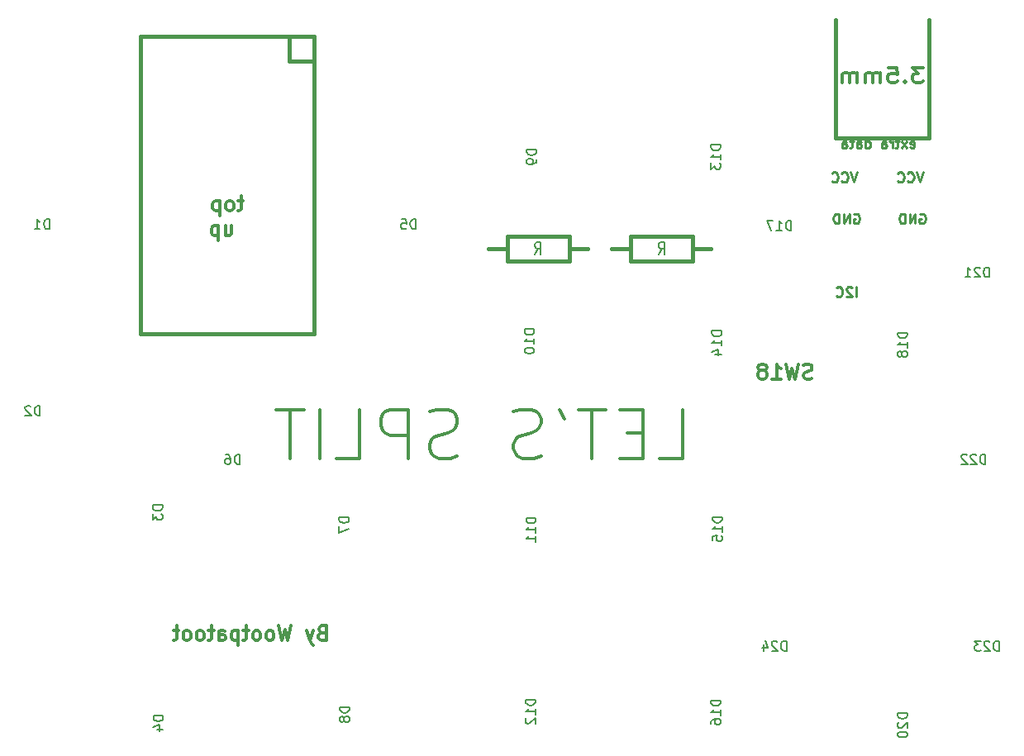
<source format=gbo>
%TF.GenerationSoftware,KiCad,Pcbnew,4.0.6*%
%TF.CreationDate,2017-11-03T07:52:01+09:00*%
%TF.ProjectId,lets_split,6C6574735F73706C69742E6B69636164,rev?*%
%TF.FileFunction,Legend,Bot*%
%FSLAX46Y46*%
G04 Gerber Fmt 4.6, Leading zero omitted, Abs format (unit mm)*
G04 Created by KiCad (PCBNEW 4.0.6) date 11/03/17 07:52:01*
%MOMM*%
%LPD*%
G01*
G04 APERTURE LIST*
%ADD10C,0.100000*%
%ADD11C,0.300000*%
%ADD12C,0.250000*%
%ADD13C,0.381000*%
%ADD14C,0.304800*%
%ADD15C,0.150000*%
%ADD16C,0.203200*%
%ADD17C,0.457200*%
G04 APERTURE END LIST*
D10*
D11*
X108845238Y-77761905D02*
X111226191Y-77761905D01*
X111226191Y-72761905D01*
X107178572Y-75142857D02*
X105511905Y-75142857D01*
X104797619Y-77761905D02*
X107178572Y-77761905D01*
X107178572Y-72761905D01*
X104797619Y-72761905D01*
X103369048Y-72761905D02*
X100511905Y-72761905D01*
X101940476Y-77761905D02*
X101940476Y-72761905D01*
X98607143Y-72761905D02*
X99083333Y-73714286D01*
X96702381Y-77523810D02*
X95988095Y-77761905D01*
X94797619Y-77761905D01*
X94321429Y-77523810D01*
X94083333Y-77285714D01*
X93845238Y-76809524D01*
X93845238Y-76333333D01*
X94083333Y-75857143D01*
X94321429Y-75619048D01*
X94797619Y-75380952D01*
X95750000Y-75142857D01*
X96226191Y-74904762D01*
X96464286Y-74666667D01*
X96702381Y-74190476D01*
X96702381Y-73714286D01*
X96464286Y-73238095D01*
X96226191Y-73000000D01*
X95750000Y-72761905D01*
X94559524Y-72761905D01*
X93845238Y-73000000D01*
X88130952Y-77523810D02*
X87416666Y-77761905D01*
X86226190Y-77761905D01*
X85750000Y-77523810D01*
X85511904Y-77285714D01*
X85273809Y-76809524D01*
X85273809Y-76333333D01*
X85511904Y-75857143D01*
X85750000Y-75619048D01*
X86226190Y-75380952D01*
X87178571Y-75142857D01*
X87654762Y-74904762D01*
X87892857Y-74666667D01*
X88130952Y-74190476D01*
X88130952Y-73714286D01*
X87892857Y-73238095D01*
X87654762Y-73000000D01*
X87178571Y-72761905D01*
X85988095Y-72761905D01*
X85273809Y-73000000D01*
X83130952Y-77761905D02*
X83130952Y-72761905D01*
X81226190Y-72761905D01*
X80749999Y-73000000D01*
X80511904Y-73238095D01*
X80273809Y-73714286D01*
X80273809Y-74428571D01*
X80511904Y-74904762D01*
X80749999Y-75142857D01*
X81226190Y-75380952D01*
X83130952Y-75380952D01*
X75749999Y-77761905D02*
X78130952Y-77761905D01*
X78130952Y-72761905D01*
X74083333Y-77761905D02*
X74083333Y-72761905D01*
X72416667Y-72761905D02*
X69559524Y-72761905D01*
X70988095Y-77761905D02*
X70988095Y-72761905D01*
X74250000Y-95642857D02*
X74035714Y-95714286D01*
X73964286Y-95785714D01*
X73892857Y-95928571D01*
X73892857Y-96142857D01*
X73964286Y-96285714D01*
X74035714Y-96357143D01*
X74178572Y-96428571D01*
X74750000Y-96428571D01*
X74750000Y-94928571D01*
X74250000Y-94928571D01*
X74107143Y-95000000D01*
X74035714Y-95071429D01*
X73964286Y-95214286D01*
X73964286Y-95357143D01*
X74035714Y-95500000D01*
X74107143Y-95571429D01*
X74250000Y-95642857D01*
X74750000Y-95642857D01*
X73392857Y-95428571D02*
X73035714Y-96428571D01*
X72678572Y-95428571D02*
X73035714Y-96428571D01*
X73178572Y-96785714D01*
X73250000Y-96857143D01*
X73392857Y-96928571D01*
X71107143Y-94928571D02*
X70750000Y-96428571D01*
X70464286Y-95357143D01*
X70178572Y-96428571D01*
X69821429Y-94928571D01*
X69035714Y-96428571D02*
X69178572Y-96357143D01*
X69250000Y-96285714D01*
X69321429Y-96142857D01*
X69321429Y-95714286D01*
X69250000Y-95571429D01*
X69178572Y-95500000D01*
X69035714Y-95428571D01*
X68821429Y-95428571D01*
X68678572Y-95500000D01*
X68607143Y-95571429D01*
X68535714Y-95714286D01*
X68535714Y-96142857D01*
X68607143Y-96285714D01*
X68678572Y-96357143D01*
X68821429Y-96428571D01*
X69035714Y-96428571D01*
X67678571Y-96428571D02*
X67821429Y-96357143D01*
X67892857Y-96285714D01*
X67964286Y-96142857D01*
X67964286Y-95714286D01*
X67892857Y-95571429D01*
X67821429Y-95500000D01*
X67678571Y-95428571D01*
X67464286Y-95428571D01*
X67321429Y-95500000D01*
X67250000Y-95571429D01*
X67178571Y-95714286D01*
X67178571Y-96142857D01*
X67250000Y-96285714D01*
X67321429Y-96357143D01*
X67464286Y-96428571D01*
X67678571Y-96428571D01*
X66750000Y-95428571D02*
X66178571Y-95428571D01*
X66535714Y-94928571D02*
X66535714Y-96214286D01*
X66464286Y-96357143D01*
X66321428Y-96428571D01*
X66178571Y-96428571D01*
X65678571Y-95428571D02*
X65678571Y-96928571D01*
X65678571Y-95500000D02*
X65535714Y-95428571D01*
X65250000Y-95428571D01*
X65107143Y-95500000D01*
X65035714Y-95571429D01*
X64964285Y-95714286D01*
X64964285Y-96142857D01*
X65035714Y-96285714D01*
X65107143Y-96357143D01*
X65250000Y-96428571D01*
X65535714Y-96428571D01*
X65678571Y-96357143D01*
X63678571Y-96428571D02*
X63678571Y-95642857D01*
X63750000Y-95500000D01*
X63892857Y-95428571D01*
X64178571Y-95428571D01*
X64321428Y-95500000D01*
X63678571Y-96357143D02*
X63821428Y-96428571D01*
X64178571Y-96428571D01*
X64321428Y-96357143D01*
X64392857Y-96214286D01*
X64392857Y-96071429D01*
X64321428Y-95928571D01*
X64178571Y-95857143D01*
X63821428Y-95857143D01*
X63678571Y-95785714D01*
X63178571Y-95428571D02*
X62607142Y-95428571D01*
X62964285Y-94928571D02*
X62964285Y-96214286D01*
X62892857Y-96357143D01*
X62749999Y-96428571D01*
X62607142Y-96428571D01*
X61892856Y-96428571D02*
X62035714Y-96357143D01*
X62107142Y-96285714D01*
X62178571Y-96142857D01*
X62178571Y-95714286D01*
X62107142Y-95571429D01*
X62035714Y-95500000D01*
X61892856Y-95428571D01*
X61678571Y-95428571D01*
X61535714Y-95500000D01*
X61464285Y-95571429D01*
X61392856Y-95714286D01*
X61392856Y-96142857D01*
X61464285Y-96285714D01*
X61535714Y-96357143D01*
X61678571Y-96428571D01*
X61892856Y-96428571D01*
X60535713Y-96428571D02*
X60678571Y-96357143D01*
X60749999Y-96285714D01*
X60821428Y-96142857D01*
X60821428Y-95714286D01*
X60749999Y-95571429D01*
X60678571Y-95500000D01*
X60535713Y-95428571D01*
X60321428Y-95428571D01*
X60178571Y-95500000D01*
X60107142Y-95571429D01*
X60035713Y-95714286D01*
X60035713Y-96142857D01*
X60107142Y-96285714D01*
X60178571Y-96357143D01*
X60321428Y-96428571D01*
X60535713Y-96428571D01*
X59607142Y-95428571D02*
X59035713Y-95428571D01*
X59392856Y-94928571D02*
X59392856Y-96214286D01*
X59321428Y-96357143D01*
X59178570Y-96428571D01*
X59035713Y-96428571D01*
X66214286Y-51403571D02*
X65642857Y-51403571D01*
X66000000Y-50903571D02*
X66000000Y-52189286D01*
X65928572Y-52332143D01*
X65785714Y-52403571D01*
X65642857Y-52403571D01*
X64928571Y-52403571D02*
X65071429Y-52332143D01*
X65142857Y-52260714D01*
X65214286Y-52117857D01*
X65214286Y-51689286D01*
X65142857Y-51546429D01*
X65071429Y-51475000D01*
X64928571Y-51403571D01*
X64714286Y-51403571D01*
X64571429Y-51475000D01*
X64500000Y-51546429D01*
X64428571Y-51689286D01*
X64428571Y-52117857D01*
X64500000Y-52260714D01*
X64571429Y-52332143D01*
X64714286Y-52403571D01*
X64928571Y-52403571D01*
X63785714Y-51403571D02*
X63785714Y-52903571D01*
X63785714Y-51475000D02*
X63642857Y-51403571D01*
X63357143Y-51403571D01*
X63214286Y-51475000D01*
X63142857Y-51546429D01*
X63071428Y-51689286D01*
X63071428Y-52117857D01*
X63142857Y-52260714D01*
X63214286Y-52332143D01*
X63357143Y-52403571D01*
X63642857Y-52403571D01*
X63785714Y-52332143D01*
X64357143Y-53953571D02*
X64357143Y-54953571D01*
X65000000Y-53953571D02*
X65000000Y-54739286D01*
X64928572Y-54882143D01*
X64785714Y-54953571D01*
X64571429Y-54953571D01*
X64428572Y-54882143D01*
X64357143Y-54810714D01*
X63642857Y-53953571D02*
X63642857Y-55453571D01*
X63642857Y-54025000D02*
X63500000Y-53953571D01*
X63214286Y-53953571D01*
X63071429Y-54025000D01*
X63000000Y-54096429D01*
X62928571Y-54239286D01*
X62928571Y-54667857D01*
X63000000Y-54810714D01*
X63071429Y-54882143D01*
X63214286Y-54953571D01*
X63500000Y-54953571D01*
X63642857Y-54882143D01*
D12*
X128976190Y-61202381D02*
X128976190Y-60202381D01*
X128547619Y-60297619D02*
X128500000Y-60250000D01*
X128404762Y-60202381D01*
X128166666Y-60202381D01*
X128071428Y-60250000D01*
X128023809Y-60297619D01*
X127976190Y-60392857D01*
X127976190Y-60488095D01*
X128023809Y-60630952D01*
X128595238Y-61202381D01*
X127976190Y-61202381D01*
X126976190Y-61107143D02*
X127023809Y-61154762D01*
X127166666Y-61202381D01*
X127261904Y-61202381D01*
X127404762Y-61154762D01*
X127500000Y-61059524D01*
X127547619Y-60964286D01*
X127595238Y-60773810D01*
X127595238Y-60630952D01*
X127547619Y-60440476D01*
X127500000Y-60345238D01*
X127404762Y-60250000D01*
X127261904Y-60202381D01*
X127166666Y-60202381D01*
X127023809Y-60250000D01*
X126976190Y-60297619D01*
X134535715Y-45904762D02*
X134630953Y-45952381D01*
X134821430Y-45952381D01*
X134916668Y-45904762D01*
X134964287Y-45809524D01*
X134964287Y-45428571D01*
X134916668Y-45333333D01*
X134821430Y-45285714D01*
X134630953Y-45285714D01*
X134535715Y-45333333D01*
X134488096Y-45428571D01*
X134488096Y-45523810D01*
X134964287Y-45619048D01*
X134154763Y-45952381D02*
X133630953Y-45285714D01*
X134154763Y-45285714D02*
X133630953Y-45952381D01*
X133392858Y-45285714D02*
X133011906Y-45285714D01*
X133250001Y-44952381D02*
X133250001Y-45809524D01*
X133202382Y-45904762D01*
X133107144Y-45952381D01*
X133011906Y-45952381D01*
X132678572Y-45952381D02*
X132678572Y-45285714D01*
X132678572Y-45476190D02*
X132630953Y-45380952D01*
X132583334Y-45333333D01*
X132488096Y-45285714D01*
X132392857Y-45285714D01*
X131630952Y-45952381D02*
X131630952Y-45428571D01*
X131678571Y-45333333D01*
X131773809Y-45285714D01*
X131964286Y-45285714D01*
X132059524Y-45333333D01*
X131630952Y-45904762D02*
X131726190Y-45952381D01*
X131964286Y-45952381D01*
X132059524Y-45904762D01*
X132107143Y-45809524D01*
X132107143Y-45714286D01*
X132059524Y-45619048D01*
X131964286Y-45571429D01*
X131726190Y-45571429D01*
X131630952Y-45523810D01*
X129964285Y-45952381D02*
X129964285Y-44952381D01*
X129964285Y-45904762D02*
X130059523Y-45952381D01*
X130250000Y-45952381D01*
X130345238Y-45904762D01*
X130392857Y-45857143D01*
X130440476Y-45761905D01*
X130440476Y-45476190D01*
X130392857Y-45380952D01*
X130345238Y-45333333D01*
X130250000Y-45285714D01*
X130059523Y-45285714D01*
X129964285Y-45333333D01*
X129059523Y-45952381D02*
X129059523Y-45428571D01*
X129107142Y-45333333D01*
X129202380Y-45285714D01*
X129392857Y-45285714D01*
X129488095Y-45333333D01*
X129059523Y-45904762D02*
X129154761Y-45952381D01*
X129392857Y-45952381D01*
X129488095Y-45904762D01*
X129535714Y-45809524D01*
X129535714Y-45714286D01*
X129488095Y-45619048D01*
X129392857Y-45571429D01*
X129154761Y-45571429D01*
X129059523Y-45523810D01*
X128726190Y-45285714D02*
X128345238Y-45285714D01*
X128583333Y-44952381D02*
X128583333Y-45809524D01*
X128535714Y-45904762D01*
X128440476Y-45952381D01*
X128345238Y-45952381D01*
X127583332Y-45952381D02*
X127583332Y-45428571D01*
X127630951Y-45333333D01*
X127726189Y-45285714D01*
X127916666Y-45285714D01*
X128011904Y-45333333D01*
X127583332Y-45904762D02*
X127678570Y-45952381D01*
X127916666Y-45952381D01*
X128011904Y-45904762D01*
X128059523Y-45809524D01*
X128059523Y-45714286D01*
X128011904Y-45619048D01*
X127916666Y-45571429D01*
X127678570Y-45571429D01*
X127583332Y-45523810D01*
X128761904Y-52750000D02*
X128857142Y-52702381D01*
X128999999Y-52702381D01*
X129142857Y-52750000D01*
X129238095Y-52845238D01*
X129285714Y-52940476D01*
X129333333Y-53130952D01*
X129333333Y-53273810D01*
X129285714Y-53464286D01*
X129238095Y-53559524D01*
X129142857Y-53654762D01*
X128999999Y-53702381D01*
X128904761Y-53702381D01*
X128761904Y-53654762D01*
X128714285Y-53607143D01*
X128714285Y-53273810D01*
X128904761Y-53273810D01*
X128285714Y-53702381D02*
X128285714Y-52702381D01*
X127714285Y-53702381D01*
X127714285Y-52702381D01*
X127238095Y-53702381D02*
X127238095Y-52702381D01*
X127000000Y-52702381D01*
X126857142Y-52750000D01*
X126761904Y-52845238D01*
X126714285Y-52940476D01*
X126666666Y-53130952D01*
X126666666Y-53273810D01*
X126714285Y-53464286D01*
X126761904Y-53559524D01*
X126857142Y-53654762D01*
X127000000Y-53702381D01*
X127238095Y-53702381D01*
X129083333Y-48452381D02*
X128750000Y-49452381D01*
X128416666Y-48452381D01*
X127511904Y-49357143D02*
X127559523Y-49404762D01*
X127702380Y-49452381D01*
X127797618Y-49452381D01*
X127940476Y-49404762D01*
X128035714Y-49309524D01*
X128083333Y-49214286D01*
X128130952Y-49023810D01*
X128130952Y-48880952D01*
X128083333Y-48690476D01*
X128035714Y-48595238D01*
X127940476Y-48500000D01*
X127797618Y-48452381D01*
X127702380Y-48452381D01*
X127559523Y-48500000D01*
X127511904Y-48547619D01*
X126511904Y-49357143D02*
X126559523Y-49404762D01*
X126702380Y-49452381D01*
X126797618Y-49452381D01*
X126940476Y-49404762D01*
X127035714Y-49309524D01*
X127083333Y-49214286D01*
X127130952Y-49023810D01*
X127130952Y-48880952D01*
X127083333Y-48690476D01*
X127035714Y-48595238D01*
X126940476Y-48500000D01*
X126797618Y-48452381D01*
X126702380Y-48452381D01*
X126559523Y-48500000D01*
X126511904Y-48547619D01*
X135833333Y-48452381D02*
X135500000Y-49452381D01*
X135166666Y-48452381D01*
X134261904Y-49357143D02*
X134309523Y-49404762D01*
X134452380Y-49452381D01*
X134547618Y-49452381D01*
X134690476Y-49404762D01*
X134785714Y-49309524D01*
X134833333Y-49214286D01*
X134880952Y-49023810D01*
X134880952Y-48880952D01*
X134833333Y-48690476D01*
X134785714Y-48595238D01*
X134690476Y-48500000D01*
X134547618Y-48452381D01*
X134452380Y-48452381D01*
X134309523Y-48500000D01*
X134261904Y-48547619D01*
X133261904Y-49357143D02*
X133309523Y-49404762D01*
X133452380Y-49452381D01*
X133547618Y-49452381D01*
X133690476Y-49404762D01*
X133785714Y-49309524D01*
X133833333Y-49214286D01*
X133880952Y-49023810D01*
X133880952Y-48880952D01*
X133833333Y-48690476D01*
X133785714Y-48595238D01*
X133690476Y-48500000D01*
X133547618Y-48452381D01*
X133452380Y-48452381D01*
X133309523Y-48500000D01*
X133261904Y-48547619D01*
X135511904Y-52750000D02*
X135607142Y-52702381D01*
X135749999Y-52702381D01*
X135892857Y-52750000D01*
X135988095Y-52845238D01*
X136035714Y-52940476D01*
X136083333Y-53130952D01*
X136083333Y-53273810D01*
X136035714Y-53464286D01*
X135988095Y-53559524D01*
X135892857Y-53654762D01*
X135749999Y-53702381D01*
X135654761Y-53702381D01*
X135511904Y-53654762D01*
X135464285Y-53607143D01*
X135464285Y-53273810D01*
X135654761Y-53273810D01*
X135035714Y-53702381D02*
X135035714Y-52702381D01*
X134464285Y-53702381D01*
X134464285Y-52702381D01*
X133988095Y-53702381D02*
X133988095Y-52702381D01*
X133750000Y-52702381D01*
X133607142Y-52750000D01*
X133511904Y-52845238D01*
X133464285Y-52940476D01*
X133416666Y-53130952D01*
X133416666Y-53273810D01*
X133464285Y-53464286D01*
X133511904Y-53559524D01*
X133607142Y-53654762D01*
X133750000Y-53702381D01*
X133988095Y-53702381D01*
D13*
X136450600Y-32850000D02*
X136450600Y-44915000D01*
X136450600Y-44915000D02*
X126849400Y-44915000D01*
X126849400Y-44915000D02*
X126849400Y-32850000D01*
X99575000Y-55030000D02*
X93225000Y-55030000D01*
X93225000Y-55030000D02*
X93225000Y-57570000D01*
X93225000Y-57570000D02*
X99575000Y-57570000D01*
X99575000Y-57570000D02*
X99575000Y-55030000D01*
X91320000Y-56300000D02*
X93225000Y-56300000D01*
X101480000Y-56300000D02*
X99575000Y-56300000D01*
X105875000Y-57570000D02*
X112225000Y-57570000D01*
X112225000Y-57570000D02*
X112225000Y-55030000D01*
X112225000Y-55030000D02*
X105875000Y-55030000D01*
X105875000Y-55030000D02*
X105875000Y-57570000D01*
X114130000Y-56300000D02*
X112225000Y-56300000D01*
X103970000Y-56300000D02*
X105875000Y-56300000D01*
X55660000Y-34510000D02*
X73440000Y-34510000D01*
X73440000Y-34510000D02*
X73440000Y-64990000D01*
X73440000Y-64990000D02*
X55660000Y-64990000D01*
X55660000Y-64990000D02*
X55660000Y-34510000D01*
X70900000Y-34510000D02*
X70900000Y-37050000D01*
X70900000Y-37050000D02*
X73440000Y-37050000D01*
D14*
X124457714Y-69564857D02*
X124240000Y-69637429D01*
X123877143Y-69637429D01*
X123732000Y-69564857D01*
X123659429Y-69492286D01*
X123586857Y-69347143D01*
X123586857Y-69202000D01*
X123659429Y-69056857D01*
X123732000Y-68984286D01*
X123877143Y-68911714D01*
X124167429Y-68839143D01*
X124312571Y-68766571D01*
X124385143Y-68694000D01*
X124457714Y-68548857D01*
X124457714Y-68403714D01*
X124385143Y-68258571D01*
X124312571Y-68186000D01*
X124167429Y-68113429D01*
X123804571Y-68113429D01*
X123586857Y-68186000D01*
X123078857Y-68113429D02*
X122716000Y-69637429D01*
X122425714Y-68548857D01*
X122135428Y-69637429D01*
X121772571Y-68113429D01*
X120393714Y-69637429D02*
X121264571Y-69637429D01*
X120829143Y-69637429D02*
X120829143Y-68113429D01*
X120974286Y-68331143D01*
X121119428Y-68476286D01*
X121264571Y-68548857D01*
X119522857Y-68766571D02*
X119667999Y-68694000D01*
X119740571Y-68621429D01*
X119813142Y-68476286D01*
X119813142Y-68403714D01*
X119740571Y-68258571D01*
X119667999Y-68186000D01*
X119522857Y-68113429D01*
X119232571Y-68113429D01*
X119087428Y-68186000D01*
X119014857Y-68258571D01*
X118942285Y-68403714D01*
X118942285Y-68476286D01*
X119014857Y-68621429D01*
X119087428Y-68694000D01*
X119232571Y-68766571D01*
X119522857Y-68766571D01*
X119667999Y-68839143D01*
X119740571Y-68911714D01*
X119813142Y-69056857D01*
X119813142Y-69347143D01*
X119740571Y-69492286D01*
X119667999Y-69564857D01*
X119522857Y-69637429D01*
X119232571Y-69637429D01*
X119087428Y-69564857D01*
X119014857Y-69492286D01*
X118942285Y-69347143D01*
X118942285Y-69056857D01*
X119014857Y-68911714D01*
X119087428Y-68839143D01*
X119232571Y-68766571D01*
D15*
X134242381Y-103875714D02*
X133242381Y-103875714D01*
X133242381Y-104113809D01*
X133290000Y-104256667D01*
X133385238Y-104351905D01*
X133480476Y-104399524D01*
X133670952Y-104447143D01*
X133813810Y-104447143D01*
X134004286Y-104399524D01*
X134099524Y-104351905D01*
X134194762Y-104256667D01*
X134242381Y-104113809D01*
X134242381Y-103875714D01*
X133337619Y-104828095D02*
X133290000Y-104875714D01*
X133242381Y-104970952D01*
X133242381Y-105209048D01*
X133290000Y-105304286D01*
X133337619Y-105351905D01*
X133432857Y-105399524D01*
X133528095Y-105399524D01*
X133670952Y-105351905D01*
X134242381Y-104780476D01*
X134242381Y-105399524D01*
X133242381Y-106018571D02*
X133242381Y-106113810D01*
X133290000Y-106209048D01*
X133337619Y-106256667D01*
X133432857Y-106304286D01*
X133623333Y-106351905D01*
X133861429Y-106351905D01*
X134051905Y-106304286D01*
X134147143Y-106256667D01*
X134194762Y-106209048D01*
X134242381Y-106113810D01*
X134242381Y-106018571D01*
X134194762Y-105923333D01*
X134147143Y-105875714D01*
X134051905Y-105828095D01*
X133861429Y-105780476D01*
X133623333Y-105780476D01*
X133432857Y-105828095D01*
X133337619Y-105875714D01*
X133290000Y-105923333D01*
X133242381Y-106018571D01*
X77082381Y-103261905D02*
X76082381Y-103261905D01*
X76082381Y-103500000D01*
X76130000Y-103642858D01*
X76225238Y-103738096D01*
X76320476Y-103785715D01*
X76510952Y-103833334D01*
X76653810Y-103833334D01*
X76844286Y-103785715D01*
X76939524Y-103738096D01*
X77034762Y-103642858D01*
X77082381Y-103500000D01*
X77082381Y-103261905D01*
X76510952Y-104404762D02*
X76463333Y-104309524D01*
X76415714Y-104261905D01*
X76320476Y-104214286D01*
X76272857Y-104214286D01*
X76177619Y-104261905D01*
X76130000Y-104309524D01*
X76082381Y-104404762D01*
X76082381Y-104595239D01*
X76130000Y-104690477D01*
X76177619Y-104738096D01*
X76272857Y-104785715D01*
X76320476Y-104785715D01*
X76415714Y-104738096D01*
X76463333Y-104690477D01*
X76510952Y-104595239D01*
X76510952Y-104404762D01*
X76558571Y-104309524D01*
X76606190Y-104261905D01*
X76701429Y-104214286D01*
X76891905Y-104214286D01*
X76987143Y-104261905D01*
X77034762Y-104309524D01*
X77082381Y-104404762D01*
X77082381Y-104595239D01*
X77034762Y-104690477D01*
X76987143Y-104738096D01*
X76891905Y-104785715D01*
X76701429Y-104785715D01*
X76606190Y-104738096D01*
X76558571Y-104690477D01*
X76510952Y-104595239D01*
X96122381Y-102495714D02*
X95122381Y-102495714D01*
X95122381Y-102733809D01*
X95170000Y-102876667D01*
X95265238Y-102971905D01*
X95360476Y-103019524D01*
X95550952Y-103067143D01*
X95693810Y-103067143D01*
X95884286Y-103019524D01*
X95979524Y-102971905D01*
X96074762Y-102876667D01*
X96122381Y-102733809D01*
X96122381Y-102495714D01*
X96122381Y-104019524D02*
X96122381Y-103448095D01*
X96122381Y-103733809D02*
X95122381Y-103733809D01*
X95265238Y-103638571D01*
X95360476Y-103543333D01*
X95408095Y-103448095D01*
X95217619Y-104400476D02*
X95170000Y-104448095D01*
X95122381Y-104543333D01*
X95122381Y-104781429D01*
X95170000Y-104876667D01*
X95217619Y-104924286D01*
X95312857Y-104971905D01*
X95408095Y-104971905D01*
X95550952Y-104924286D01*
X96122381Y-104352857D01*
X96122381Y-104971905D01*
X115112381Y-102575714D02*
X114112381Y-102575714D01*
X114112381Y-102813809D01*
X114160000Y-102956667D01*
X114255238Y-103051905D01*
X114350476Y-103099524D01*
X114540952Y-103147143D01*
X114683810Y-103147143D01*
X114874286Y-103099524D01*
X114969524Y-103051905D01*
X115064762Y-102956667D01*
X115112381Y-102813809D01*
X115112381Y-102575714D01*
X115112381Y-104099524D02*
X115112381Y-103528095D01*
X115112381Y-103813809D02*
X114112381Y-103813809D01*
X114255238Y-103718571D01*
X114350476Y-103623333D01*
X114398095Y-103528095D01*
X114112381Y-104956667D02*
X114112381Y-104766190D01*
X114160000Y-104670952D01*
X114207619Y-104623333D01*
X114350476Y-104528095D01*
X114540952Y-104480476D01*
X114921905Y-104480476D01*
X115017143Y-104528095D01*
X115064762Y-104575714D01*
X115112381Y-104670952D01*
X115112381Y-104861429D01*
X115064762Y-104956667D01*
X115017143Y-105004286D01*
X114921905Y-105051905D01*
X114683810Y-105051905D01*
X114588571Y-105004286D01*
X114540952Y-104956667D01*
X114493333Y-104861429D01*
X114493333Y-104670952D01*
X114540952Y-104575714D01*
X114588571Y-104528095D01*
X114683810Y-104480476D01*
X121854286Y-97482381D02*
X121854286Y-96482381D01*
X121616191Y-96482381D01*
X121473333Y-96530000D01*
X121378095Y-96625238D01*
X121330476Y-96720476D01*
X121282857Y-96910952D01*
X121282857Y-97053810D01*
X121330476Y-97244286D01*
X121378095Y-97339524D01*
X121473333Y-97434762D01*
X121616191Y-97482381D01*
X121854286Y-97482381D01*
X120901905Y-96577619D02*
X120854286Y-96530000D01*
X120759048Y-96482381D01*
X120520952Y-96482381D01*
X120425714Y-96530000D01*
X120378095Y-96577619D01*
X120330476Y-96672857D01*
X120330476Y-96768095D01*
X120378095Y-96910952D01*
X120949524Y-97482381D01*
X120330476Y-97482381D01*
X119473333Y-96815714D02*
X119473333Y-97482381D01*
X119711429Y-96434762D02*
X119949524Y-97149048D01*
X119330476Y-97149048D01*
X142244286Y-78342381D02*
X142244286Y-77342381D01*
X142006191Y-77342381D01*
X141863333Y-77390000D01*
X141768095Y-77485238D01*
X141720476Y-77580476D01*
X141672857Y-77770952D01*
X141672857Y-77913810D01*
X141720476Y-78104286D01*
X141768095Y-78199524D01*
X141863333Y-78294762D01*
X142006191Y-78342381D01*
X142244286Y-78342381D01*
X141291905Y-77437619D02*
X141244286Y-77390000D01*
X141149048Y-77342381D01*
X140910952Y-77342381D01*
X140815714Y-77390000D01*
X140768095Y-77437619D01*
X140720476Y-77532857D01*
X140720476Y-77628095D01*
X140768095Y-77770952D01*
X141339524Y-78342381D01*
X140720476Y-78342381D01*
X140339524Y-77437619D02*
X140291905Y-77390000D01*
X140196667Y-77342381D01*
X139958571Y-77342381D01*
X139863333Y-77390000D01*
X139815714Y-77437619D01*
X139768095Y-77532857D01*
X139768095Y-77628095D01*
X139815714Y-77770952D01*
X140387143Y-78342381D01*
X139768095Y-78342381D01*
X143614286Y-97492381D02*
X143614286Y-96492381D01*
X143376191Y-96492381D01*
X143233333Y-96540000D01*
X143138095Y-96635238D01*
X143090476Y-96730476D01*
X143042857Y-96920952D01*
X143042857Y-97063810D01*
X143090476Y-97254286D01*
X143138095Y-97349524D01*
X143233333Y-97444762D01*
X143376191Y-97492381D01*
X143614286Y-97492381D01*
X142661905Y-96587619D02*
X142614286Y-96540000D01*
X142519048Y-96492381D01*
X142280952Y-96492381D01*
X142185714Y-96540000D01*
X142138095Y-96587619D01*
X142090476Y-96682857D01*
X142090476Y-96778095D01*
X142138095Y-96920952D01*
X142709524Y-97492381D01*
X142090476Y-97492381D01*
X141757143Y-96492381D02*
X141138095Y-96492381D01*
X141471429Y-96873333D01*
X141328571Y-96873333D01*
X141233333Y-96920952D01*
X141185714Y-96968571D01*
X141138095Y-97063810D01*
X141138095Y-97301905D01*
X141185714Y-97397143D01*
X141233333Y-97444762D01*
X141328571Y-97492381D01*
X141614286Y-97492381D01*
X141709524Y-97444762D01*
X141757143Y-97397143D01*
X115282381Y-83785714D02*
X114282381Y-83785714D01*
X114282381Y-84023809D01*
X114330000Y-84166667D01*
X114425238Y-84261905D01*
X114520476Y-84309524D01*
X114710952Y-84357143D01*
X114853810Y-84357143D01*
X115044286Y-84309524D01*
X115139524Y-84261905D01*
X115234762Y-84166667D01*
X115282381Y-84023809D01*
X115282381Y-83785714D01*
X115282381Y-85309524D02*
X115282381Y-84738095D01*
X115282381Y-85023809D02*
X114282381Y-85023809D01*
X114425238Y-84928571D01*
X114520476Y-84833333D01*
X114568095Y-84738095D01*
X114282381Y-86214286D02*
X114282381Y-85738095D01*
X114758571Y-85690476D01*
X114710952Y-85738095D01*
X114663333Y-85833333D01*
X114663333Y-86071429D01*
X114710952Y-86166667D01*
X114758571Y-86214286D01*
X114853810Y-86261905D01*
X115091905Y-86261905D01*
X115187143Y-86214286D01*
X115234762Y-86166667D01*
X115282381Y-86071429D01*
X115282381Y-85833333D01*
X115234762Y-85738095D01*
X115187143Y-85690476D01*
X96172381Y-83845714D02*
X95172381Y-83845714D01*
X95172381Y-84083809D01*
X95220000Y-84226667D01*
X95315238Y-84321905D01*
X95410476Y-84369524D01*
X95600952Y-84417143D01*
X95743810Y-84417143D01*
X95934286Y-84369524D01*
X96029524Y-84321905D01*
X96124762Y-84226667D01*
X96172381Y-84083809D01*
X96172381Y-83845714D01*
X96172381Y-85369524D02*
X96172381Y-84798095D01*
X96172381Y-85083809D02*
X95172381Y-85083809D01*
X95315238Y-84988571D01*
X95410476Y-84893333D01*
X95458095Y-84798095D01*
X96172381Y-86321905D02*
X96172381Y-85750476D01*
X96172381Y-86036190D02*
X95172381Y-86036190D01*
X95315238Y-85940952D01*
X95410476Y-85845714D01*
X95458095Y-85750476D01*
X77032381Y-83811905D02*
X76032381Y-83811905D01*
X76032381Y-84050000D01*
X76080000Y-84192858D01*
X76175238Y-84288096D01*
X76270476Y-84335715D01*
X76460952Y-84383334D01*
X76603810Y-84383334D01*
X76794286Y-84335715D01*
X76889524Y-84288096D01*
X76984762Y-84192858D01*
X77032381Y-84050000D01*
X77032381Y-83811905D01*
X76032381Y-84716667D02*
X76032381Y-85383334D01*
X77032381Y-84954762D01*
X45378095Y-73372381D02*
X45378095Y-72372381D01*
X45140000Y-72372381D01*
X44997142Y-72420000D01*
X44901904Y-72515238D01*
X44854285Y-72610476D01*
X44806666Y-72800952D01*
X44806666Y-72943810D01*
X44854285Y-73134286D01*
X44901904Y-73229524D01*
X44997142Y-73324762D01*
X45140000Y-73372381D01*
X45378095Y-73372381D01*
X44425714Y-72467619D02*
X44378095Y-72420000D01*
X44282857Y-72372381D01*
X44044761Y-72372381D01*
X43949523Y-72420000D01*
X43901904Y-72467619D01*
X43854285Y-72562857D01*
X43854285Y-72658095D01*
X43901904Y-72800952D01*
X44473333Y-73372381D01*
X43854285Y-73372381D01*
X57992381Y-104131905D02*
X56992381Y-104131905D01*
X56992381Y-104370000D01*
X57040000Y-104512858D01*
X57135238Y-104608096D01*
X57230476Y-104655715D01*
X57420952Y-104703334D01*
X57563810Y-104703334D01*
X57754286Y-104655715D01*
X57849524Y-104608096D01*
X57944762Y-104512858D01*
X57992381Y-104370000D01*
X57992381Y-104131905D01*
X57325714Y-105560477D02*
X57992381Y-105560477D01*
X56944762Y-105322381D02*
X57659048Y-105084286D01*
X57659048Y-105703334D01*
X65858095Y-78372381D02*
X65858095Y-77372381D01*
X65620000Y-77372381D01*
X65477142Y-77420000D01*
X65381904Y-77515238D01*
X65334285Y-77610476D01*
X65286666Y-77800952D01*
X65286666Y-77943810D01*
X65334285Y-78134286D01*
X65381904Y-78229524D01*
X65477142Y-78324762D01*
X65620000Y-78372381D01*
X65858095Y-78372381D01*
X64429523Y-77372381D02*
X64620000Y-77372381D01*
X64715238Y-77420000D01*
X64762857Y-77467619D01*
X64858095Y-77610476D01*
X64905714Y-77800952D01*
X64905714Y-78181905D01*
X64858095Y-78277143D01*
X64810476Y-78324762D01*
X64715238Y-78372381D01*
X64524761Y-78372381D01*
X64429523Y-78324762D01*
X64381904Y-78277143D01*
X64334285Y-78181905D01*
X64334285Y-77943810D01*
X64381904Y-77848571D01*
X64429523Y-77800952D01*
X64524761Y-77753333D01*
X64715238Y-77753333D01*
X64810476Y-77800952D01*
X64858095Y-77848571D01*
X64905714Y-77943810D01*
X96002381Y-64535714D02*
X95002381Y-64535714D01*
X95002381Y-64773809D01*
X95050000Y-64916667D01*
X95145238Y-65011905D01*
X95240476Y-65059524D01*
X95430952Y-65107143D01*
X95573810Y-65107143D01*
X95764286Y-65059524D01*
X95859524Y-65011905D01*
X95954762Y-64916667D01*
X96002381Y-64773809D01*
X96002381Y-64535714D01*
X96002381Y-66059524D02*
X96002381Y-65488095D01*
X96002381Y-65773809D02*
X95002381Y-65773809D01*
X95145238Y-65678571D01*
X95240476Y-65583333D01*
X95288095Y-65488095D01*
X95002381Y-66678571D02*
X95002381Y-66773810D01*
X95050000Y-66869048D01*
X95097619Y-66916667D01*
X95192857Y-66964286D01*
X95383333Y-67011905D01*
X95621429Y-67011905D01*
X95811905Y-66964286D01*
X95907143Y-66916667D01*
X95954762Y-66869048D01*
X96002381Y-66773810D01*
X96002381Y-66678571D01*
X95954762Y-66583333D01*
X95907143Y-66535714D01*
X95811905Y-66488095D01*
X95621429Y-66440476D01*
X95383333Y-66440476D01*
X95192857Y-66488095D01*
X95097619Y-66535714D01*
X95050000Y-66583333D01*
X95002381Y-66678571D01*
X115212381Y-64705714D02*
X114212381Y-64705714D01*
X114212381Y-64943809D01*
X114260000Y-65086667D01*
X114355238Y-65181905D01*
X114450476Y-65229524D01*
X114640952Y-65277143D01*
X114783810Y-65277143D01*
X114974286Y-65229524D01*
X115069524Y-65181905D01*
X115164762Y-65086667D01*
X115212381Y-64943809D01*
X115212381Y-64705714D01*
X115212381Y-66229524D02*
X115212381Y-65658095D01*
X115212381Y-65943809D02*
X114212381Y-65943809D01*
X114355238Y-65848571D01*
X114450476Y-65753333D01*
X114498095Y-65658095D01*
X114545714Y-67086667D02*
X115212381Y-67086667D01*
X114164762Y-66848571D02*
X114879048Y-66610476D01*
X114879048Y-67229524D01*
X134232381Y-64895714D02*
X133232381Y-64895714D01*
X133232381Y-65133809D01*
X133280000Y-65276667D01*
X133375238Y-65371905D01*
X133470476Y-65419524D01*
X133660952Y-65467143D01*
X133803810Y-65467143D01*
X133994286Y-65419524D01*
X134089524Y-65371905D01*
X134184762Y-65276667D01*
X134232381Y-65133809D01*
X134232381Y-64895714D01*
X134232381Y-66419524D02*
X134232381Y-65848095D01*
X134232381Y-66133809D02*
X133232381Y-66133809D01*
X133375238Y-66038571D01*
X133470476Y-65943333D01*
X133518095Y-65848095D01*
X133660952Y-66990952D02*
X133613333Y-66895714D01*
X133565714Y-66848095D01*
X133470476Y-66800476D01*
X133422857Y-66800476D01*
X133327619Y-66848095D01*
X133280000Y-66895714D01*
X133232381Y-66990952D01*
X133232381Y-67181429D01*
X133280000Y-67276667D01*
X133327619Y-67324286D01*
X133422857Y-67371905D01*
X133470476Y-67371905D01*
X133565714Y-67324286D01*
X133613333Y-67276667D01*
X133660952Y-67181429D01*
X133660952Y-66990952D01*
X133708571Y-66895714D01*
X133756190Y-66848095D01*
X133851429Y-66800476D01*
X134041905Y-66800476D01*
X134137143Y-66848095D01*
X134184762Y-66895714D01*
X134232381Y-66990952D01*
X134232381Y-67181429D01*
X134184762Y-67276667D01*
X134137143Y-67324286D01*
X134041905Y-67371905D01*
X133851429Y-67371905D01*
X133756190Y-67324286D01*
X133708571Y-67276667D01*
X133660952Y-67181429D01*
X142624286Y-59192381D02*
X142624286Y-58192381D01*
X142386191Y-58192381D01*
X142243333Y-58240000D01*
X142148095Y-58335238D01*
X142100476Y-58430476D01*
X142052857Y-58620952D01*
X142052857Y-58763810D01*
X142100476Y-58954286D01*
X142148095Y-59049524D01*
X142243333Y-59144762D01*
X142386191Y-59192381D01*
X142624286Y-59192381D01*
X141671905Y-58287619D02*
X141624286Y-58240000D01*
X141529048Y-58192381D01*
X141290952Y-58192381D01*
X141195714Y-58240000D01*
X141148095Y-58287619D01*
X141100476Y-58382857D01*
X141100476Y-58478095D01*
X141148095Y-58620952D01*
X141719524Y-59192381D01*
X141100476Y-59192381D01*
X140148095Y-59192381D02*
X140719524Y-59192381D01*
X140433810Y-59192381D02*
X140433810Y-58192381D01*
X140529048Y-58335238D01*
X140624286Y-58430476D01*
X140719524Y-58478095D01*
X122334286Y-54402381D02*
X122334286Y-53402381D01*
X122096191Y-53402381D01*
X121953333Y-53450000D01*
X121858095Y-53545238D01*
X121810476Y-53640476D01*
X121762857Y-53830952D01*
X121762857Y-53973810D01*
X121810476Y-54164286D01*
X121858095Y-54259524D01*
X121953333Y-54354762D01*
X122096191Y-54402381D01*
X122334286Y-54402381D01*
X120810476Y-54402381D02*
X121381905Y-54402381D01*
X121096191Y-54402381D02*
X121096191Y-53402381D01*
X121191429Y-53545238D01*
X121286667Y-53640476D01*
X121381905Y-53688095D01*
X120477143Y-53402381D02*
X119810476Y-53402381D01*
X120239048Y-54402381D01*
X115112381Y-45645714D02*
X114112381Y-45645714D01*
X114112381Y-45883809D01*
X114160000Y-46026667D01*
X114255238Y-46121905D01*
X114350476Y-46169524D01*
X114540952Y-46217143D01*
X114683810Y-46217143D01*
X114874286Y-46169524D01*
X114969524Y-46121905D01*
X115064762Y-46026667D01*
X115112381Y-45883809D01*
X115112381Y-45645714D01*
X115112381Y-47169524D02*
X115112381Y-46598095D01*
X115112381Y-46883809D02*
X114112381Y-46883809D01*
X114255238Y-46788571D01*
X114350476Y-46693333D01*
X114398095Y-46598095D01*
X114112381Y-47502857D02*
X114112381Y-48121905D01*
X114493333Y-47788571D01*
X114493333Y-47931429D01*
X114540952Y-48026667D01*
X114588571Y-48074286D01*
X114683810Y-48121905D01*
X114921905Y-48121905D01*
X115017143Y-48074286D01*
X115064762Y-48026667D01*
X115112381Y-47931429D01*
X115112381Y-47645714D01*
X115064762Y-47550476D01*
X115017143Y-47502857D01*
X96242381Y-46121905D02*
X95242381Y-46121905D01*
X95242381Y-46360000D01*
X95290000Y-46502858D01*
X95385238Y-46598096D01*
X95480476Y-46645715D01*
X95670952Y-46693334D01*
X95813810Y-46693334D01*
X96004286Y-46645715D01*
X96099524Y-46598096D01*
X96194762Y-46502858D01*
X96242381Y-46360000D01*
X96242381Y-46121905D01*
X96242381Y-47169524D02*
X96242381Y-47360000D01*
X96194762Y-47455239D01*
X96147143Y-47502858D01*
X96004286Y-47598096D01*
X95813810Y-47645715D01*
X95432857Y-47645715D01*
X95337619Y-47598096D01*
X95290000Y-47550477D01*
X95242381Y-47455239D01*
X95242381Y-47264762D01*
X95290000Y-47169524D01*
X95337619Y-47121905D01*
X95432857Y-47074286D01*
X95670952Y-47074286D01*
X95766190Y-47121905D01*
X95813810Y-47169524D01*
X95861429Y-47264762D01*
X95861429Y-47455239D01*
X95813810Y-47550477D01*
X95766190Y-47598096D01*
X95670952Y-47645715D01*
X83888095Y-54272381D02*
X83888095Y-53272381D01*
X83650000Y-53272381D01*
X83507142Y-53320000D01*
X83411904Y-53415238D01*
X83364285Y-53510476D01*
X83316666Y-53700952D01*
X83316666Y-53843810D01*
X83364285Y-54034286D01*
X83411904Y-54129524D01*
X83507142Y-54224762D01*
X83650000Y-54272381D01*
X83888095Y-54272381D01*
X82411904Y-53272381D02*
X82888095Y-53272381D01*
X82935714Y-53748571D01*
X82888095Y-53700952D01*
X82792857Y-53653333D01*
X82554761Y-53653333D01*
X82459523Y-53700952D01*
X82411904Y-53748571D01*
X82364285Y-53843810D01*
X82364285Y-54081905D01*
X82411904Y-54177143D01*
X82459523Y-54224762D01*
X82554761Y-54272381D01*
X82792857Y-54272381D01*
X82888095Y-54224762D01*
X82935714Y-54177143D01*
X46338095Y-54262381D02*
X46338095Y-53262381D01*
X46100000Y-53262381D01*
X45957142Y-53310000D01*
X45861904Y-53405238D01*
X45814285Y-53500476D01*
X45766666Y-53690952D01*
X45766666Y-53833810D01*
X45814285Y-54024286D01*
X45861904Y-54119524D01*
X45957142Y-54214762D01*
X46100000Y-54262381D01*
X46338095Y-54262381D01*
X44814285Y-54262381D02*
X45385714Y-54262381D01*
X45100000Y-54262381D02*
X45100000Y-53262381D01*
X45195238Y-53405238D01*
X45290476Y-53500476D01*
X45385714Y-53548095D01*
X57922381Y-82561905D02*
X56922381Y-82561905D01*
X56922381Y-82800000D01*
X56970000Y-82942858D01*
X57065238Y-83038096D01*
X57160476Y-83085715D01*
X57350952Y-83133334D01*
X57493810Y-83133334D01*
X57684286Y-83085715D01*
X57779524Y-83038096D01*
X57874762Y-82942858D01*
X57922381Y-82800000D01*
X57922381Y-82561905D01*
X56922381Y-83466667D02*
X56922381Y-84085715D01*
X57303333Y-83752381D01*
X57303333Y-83895239D01*
X57350952Y-83990477D01*
X57398571Y-84038096D01*
X57493810Y-84085715D01*
X57731905Y-84085715D01*
X57827143Y-84038096D01*
X57874762Y-83990477D01*
X57922381Y-83895239D01*
X57922381Y-83609524D01*
X57874762Y-83514286D01*
X57827143Y-83466667D01*
D14*
X135883333Y-37730429D02*
X134782666Y-37730429D01*
X135375333Y-38311000D01*
X135121333Y-38311000D01*
X134952000Y-38383571D01*
X134867333Y-38456143D01*
X134782666Y-38601286D01*
X134782666Y-38964143D01*
X134867333Y-39109286D01*
X134952000Y-39181857D01*
X135121333Y-39254429D01*
X135629333Y-39254429D01*
X135798666Y-39181857D01*
X135883333Y-39109286D01*
X134020667Y-39109286D02*
X133936000Y-39181857D01*
X134020667Y-39254429D01*
X134105333Y-39181857D01*
X134020667Y-39109286D01*
X134020667Y-39254429D01*
X132327333Y-37730429D02*
X133174000Y-37730429D01*
X133258666Y-38456143D01*
X133174000Y-38383571D01*
X133004666Y-38311000D01*
X132581333Y-38311000D01*
X132412000Y-38383571D01*
X132327333Y-38456143D01*
X132242666Y-38601286D01*
X132242666Y-38964143D01*
X132327333Y-39109286D01*
X132412000Y-39181857D01*
X132581333Y-39254429D01*
X133004666Y-39254429D01*
X133174000Y-39181857D01*
X133258666Y-39109286D01*
X131480667Y-39254429D02*
X131480667Y-38238429D01*
X131480667Y-38383571D02*
X131396000Y-38311000D01*
X131226667Y-38238429D01*
X130972667Y-38238429D01*
X130803333Y-38311000D01*
X130718667Y-38456143D01*
X130718667Y-39254429D01*
X130718667Y-38456143D02*
X130634000Y-38311000D01*
X130464667Y-38238429D01*
X130210667Y-38238429D01*
X130041333Y-38311000D01*
X129956667Y-38456143D01*
X129956667Y-39254429D01*
X129110000Y-39254429D02*
X129110000Y-38238429D01*
X129110000Y-38383571D02*
X129025333Y-38311000D01*
X128856000Y-38238429D01*
X128602000Y-38238429D01*
X128432666Y-38311000D01*
X128348000Y-38456143D01*
X128348000Y-39254429D01*
X128348000Y-38456143D02*
X128263333Y-38311000D01*
X128094000Y-38238429D01*
X127840000Y-38238429D01*
X127670666Y-38311000D01*
X127586000Y-38456143D01*
X127586000Y-39254429D01*
D16*
X96085524Y-56874524D02*
X96424190Y-56269762D01*
X96666095Y-56874524D02*
X96666095Y-55604524D01*
X96279048Y-55604524D01*
X96182286Y-55665000D01*
X96133905Y-55725476D01*
X96085524Y-55846429D01*
X96085524Y-56027857D01*
X96133905Y-56148810D01*
X96182286Y-56209286D01*
X96279048Y-56269762D01*
X96666095Y-56269762D01*
X108735524Y-56874524D02*
X109074190Y-56269762D01*
X109316095Y-56874524D02*
X109316095Y-55604524D01*
X108929048Y-55604524D01*
X108832286Y-55665000D01*
X108783905Y-55725476D01*
X108735524Y-55846429D01*
X108735524Y-56027857D01*
X108783905Y-56148810D01*
X108832286Y-56209286D01*
X108929048Y-56269762D01*
X109316095Y-56269762D01*
D14*
D17*
M02*

</source>
